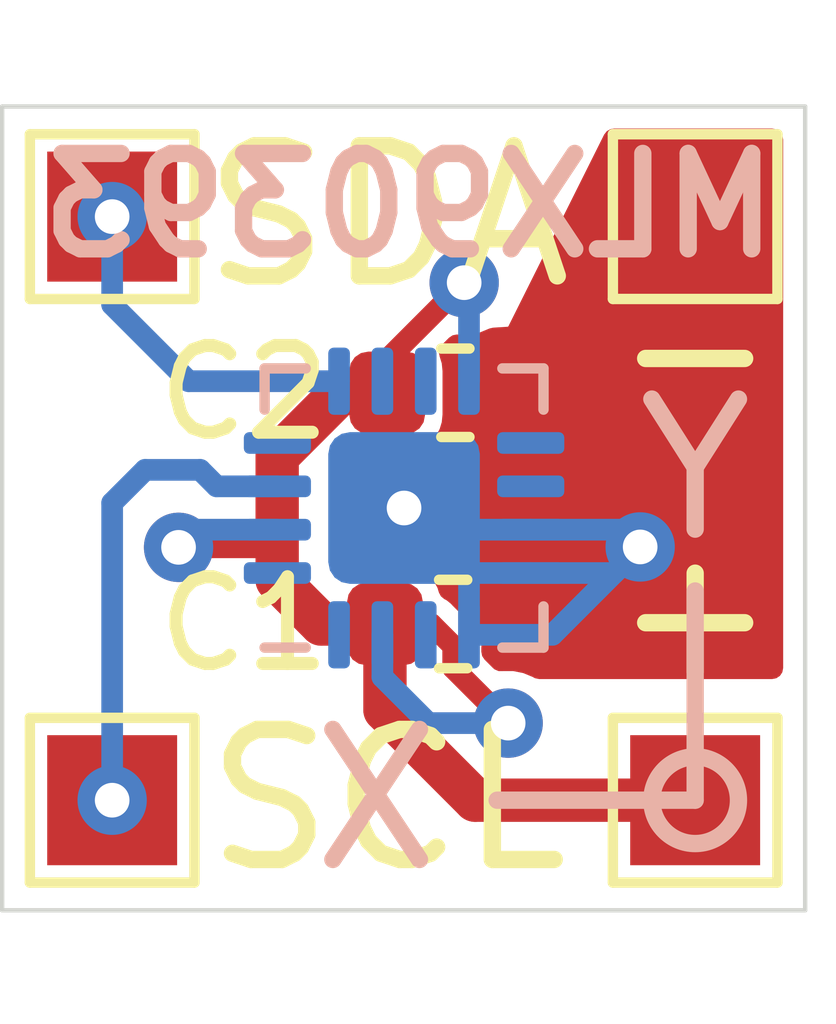
<source format=kicad_pcb>
(kicad_pcb (version 20171130) (host pcbnew 5.1.5+dfsg1-2build2)

  (general
    (thickness 1.6)
    (drawings 12)
    (tracks 51)
    (zones 0)
    (modules 7)
    (nets 13)
  )

  (page A4)
  (title_block
    (title "MLX90393 Sensorhead - PCB")
    (date 2020-10-19)
    (rev 1)
    (company "Oldrich Pecak (LoaDy)")
  )

  (layers
    (0 F.Cu signal)
    (31 B.Cu signal)
    (32 B.Adhes user)
    (33 F.Adhes user)
    (34 B.Paste user)
    (35 F.Paste user)
    (36 B.SilkS user)
    (37 F.SilkS user)
    (38 B.Mask user)
    (39 F.Mask user)
    (40 Dwgs.User user)
    (41 Cmts.User user)
    (42 Eco1.User user)
    (43 Eco2.User user)
    (44 Edge.Cuts user)
    (45 Margin user)
    (46 B.CrtYd user)
    (47 F.CrtYd user)
    (48 B.Fab user)
    (49 F.Fab user)
  )

  (setup
    (last_trace_width 0.25)
    (user_trace_width 0.4)
    (user_trace_width 0.5)
    (trace_clearance 0.2)
    (zone_clearance 0.2)
    (zone_45_only no)
    (trace_min 0.2)
    (via_size 0.8)
    (via_drill 0.4)
    (via_min_size 0.4)
    (via_min_drill 0.3)
    (uvia_size 0.3)
    (uvia_drill 0.1)
    (uvias_allowed no)
    (uvia_min_size 0.2)
    (uvia_min_drill 0.1)
    (edge_width 0.05)
    (segment_width 0.2)
    (pcb_text_width 0.3)
    (pcb_text_size 1.5 1.5)
    (mod_edge_width 0.12)
    (mod_text_size 1 1)
    (mod_text_width 0.15)
    (pad_size 1.75 1.75)
    (pad_drill 0)
    (pad_to_mask_clearance 0.051)
    (solder_mask_min_width 0.25)
    (aux_axis_origin 0 0)
    (visible_elements 7FFFFFFF)
    (pcbplotparams
      (layerselection 0x010fc_ffffffff)
      (usegerberextensions false)
      (usegerberattributes false)
      (usegerberadvancedattributes false)
      (creategerberjobfile false)
      (excludeedgelayer true)
      (linewidth 0.100000)
      (plotframeref false)
      (viasonmask false)
      (mode 1)
      (useauxorigin false)
      (hpglpennumber 1)
      (hpglpenspeed 20)
      (hpglpendiameter 15.000000)
      (psnegative false)
      (psa4output false)
      (plotreference true)
      (plotvalue true)
      (plotinvisibletext false)
      (padsonsilk false)
      (subtractmaskfromsilk false)
      (outputformat 1)
      (mirror false)
      (drillshape 1)
      (scaleselection 1)
      (outputdirectory ""))
  )

  (net 0 "")
  (net 1 GND)
  (net 2 +3V3)
  (net 3 "Net-(J3-Pad1)")
  (net 4 "Net-(J4-Pad1)")
  (net 5 "Net-(U1-Pad16)")
  (net 6 "Net-(U1-Pad14)")
  (net 7 "Net-(U1-Pad10)")
  (net 8 "Net-(U1-Pad9)")
  (net 9 "Net-(U1-Pad7)")
  (net 10 "Net-(U1-Pad6)")
  (net 11 "Net-(U1-Pad4)")
  (net 12 "Net-(U1-Pad1)")

  (net_class Default "This is the default net class."
    (clearance 0.2)
    (trace_width 0.25)
    (via_dia 0.8)
    (via_drill 0.4)
    (uvia_dia 0.3)
    (uvia_drill 0.1)
    (add_net +3V3)
    (add_net GND)
    (add_net "Net-(J3-Pad1)")
    (add_net "Net-(J4-Pad1)")
    (add_net "Net-(U1-Pad1)")
    (add_net "Net-(U1-Pad10)")
    (add_net "Net-(U1-Pad14)")
    (add_net "Net-(U1-Pad16)")
    (add_net "Net-(U1-Pad4)")
    (add_net "Net-(U1-Pad6)")
    (add_net "Net-(U1-Pad7)")
    (add_net "Net-(U1-Pad9)")
  )

  (module Package_DFN_QFN:QFN-16-1EP_3x3mm_P0.5mm_EP1.75x1.75mm (layer B.Cu) (tedit 5F075E8B) (tstamp 5F075F5A)
    (at 161.485 99.373)
    (descr "QFN, 16 Pin (https://www.onsemi.com/pub/Collateral/NCN4555-D.PDF), generated with kicad-footprint-generator ipc_noLead_generator.py")
    (tags "QFN NoLead")
    (path /5F074E4E)
    (attr smd)
    (fp_text reference U1 (at 0 2.8) (layer B.SilkS) hide
      (effects (font (size 1 1) (thickness 0.15)) (justify mirror))
    )
    (fp_text value MLX90393 (at 0 -2.8) (layer B.Fab)
      (effects (font (size 1 1) (thickness 0.15)) (justify mirror))
    )
    (fp_text user %R (at 0 0) (layer B.Fab)
      (effects (font (size 0.75 0.75) (thickness 0.11)) (justify mirror))
    )
    (fp_line (start 2.1 2.1) (end -2.1 2.1) (layer B.CrtYd) (width 0.05))
    (fp_line (start 2.1 -2.1) (end 2.1 2.1) (layer B.CrtYd) (width 0.05))
    (fp_line (start -2.1 -2.1) (end 2.1 -2.1) (layer B.CrtYd) (width 0.05))
    (fp_line (start -2.1 2.1) (end -2.1 -2.1) (layer B.CrtYd) (width 0.05))
    (fp_line (start -1.5 0.75) (end -0.75 1.5) (layer B.Fab) (width 0.1))
    (fp_line (start -1.5 -1.5) (end -1.5 0.75) (layer B.Fab) (width 0.1))
    (fp_line (start 1.5 -1.5) (end -1.5 -1.5) (layer B.Fab) (width 0.1))
    (fp_line (start 1.5 1.5) (end 1.5 -1.5) (layer B.Fab) (width 0.1))
    (fp_line (start -0.75 1.5) (end 1.5 1.5) (layer B.Fab) (width 0.1))
    (fp_line (start -1.135 1.61) (end -1.61 1.61) (layer B.SilkS) (width 0.12))
    (fp_line (start 1.61 -1.61) (end 1.61 -1.135) (layer B.SilkS) (width 0.12))
    (fp_line (start 1.135 -1.61) (end 1.61 -1.61) (layer B.SilkS) (width 0.12))
    (fp_line (start -1.61 -1.61) (end -1.61 -1.135) (layer B.SilkS) (width 0.12))
    (fp_line (start -1.135 -1.61) (end -1.61 -1.61) (layer B.SilkS) (width 0.12))
    (fp_line (start 1.61 1.61) (end 1.61 1.135) (layer B.SilkS) (width 0.12))
    (fp_line (start 1.135 1.61) (end 1.61 1.61) (layer B.SilkS) (width 0.12))
    (pad 16 smd roundrect (at -0.75 1.4625) (size 0.25 0.775) (layers B.Cu B.Paste B.Mask) (roundrect_rratio 0.25)
      (net 5 "Net-(U1-Pad16)"))
    (pad 15 smd roundrect (at -0.25 1.4625) (size 0.25 0.775) (layers B.Cu B.Paste B.Mask) (roundrect_rratio 0.25)
      (net 2 +3V3))
    (pad 14 smd roundrect (at 0.25 1.4625) (size 0.25 0.775) (layers B.Cu B.Paste B.Mask) (roundrect_rratio 0.25)
      (net 6 "Net-(U1-Pad14)"))
    (pad 13 smd roundrect (at 0.75 1.4625) (size 0.25 0.775) (layers B.Cu B.Paste B.Mask) (roundrect_rratio 0.25)
      (net 1 GND))
    (pad 12 smd roundrect (at 1.4625 0.75) (size 0.775 0.25) (layers B.Cu B.Paste B.Mask) (roundrect_rratio 0.25)
      (net 1 GND))
    (pad 11 smd roundrect (at 1.4625 0.25) (size 0.775 0.25) (layers B.Cu B.Paste B.Mask) (roundrect_rratio 0.25)
      (net 1 GND))
    (pad 10 smd roundrect (at 1.4625 -0.25) (size 0.775 0.25) (layers B.Cu B.Paste B.Mask) (roundrect_rratio 0.25)
      (net 7 "Net-(U1-Pad10)"))
    (pad 9 smd roundrect (at 1.4625 -0.75) (size 0.775 0.25) (layers B.Cu B.Paste B.Mask) (roundrect_rratio 0.25)
      (net 8 "Net-(U1-Pad9)"))
    (pad 8 smd roundrect (at 0.75 -1.4625) (size 0.25 0.775) (layers B.Cu B.Paste B.Mask) (roundrect_rratio 0.25)
      (net 2 +3V3))
    (pad 7 smd roundrect (at 0.25 -1.4625) (size 0.25 0.775) (layers B.Cu B.Paste B.Mask) (roundrect_rratio 0.25)
      (net 9 "Net-(U1-Pad7)"))
    (pad 6 smd roundrect (at -0.25 -1.4625) (size 0.25 0.775) (layers B.Cu B.Paste B.Mask) (roundrect_rratio 0.25)
      (net 10 "Net-(U1-Pad6)"))
    (pad 5 smd roundrect (at -0.75 -1.4625) (size 0.25 0.775) (layers B.Cu B.Paste B.Mask) (roundrect_rratio 0.25)
      (net 3 "Net-(J3-Pad1)"))
    (pad 4 smd roundrect (at -1.4625 -0.75) (size 0.775 0.25) (layers B.Cu B.Paste B.Mask) (roundrect_rratio 0.25)
      (net 11 "Net-(U1-Pad4)"))
    (pad 3 smd roundrect (at -1.4625 -0.25) (size 0.775 0.25) (layers B.Cu B.Paste B.Mask) (roundrect_rratio 0.25)
      (net 4 "Net-(J4-Pad1)"))
    (pad 2 smd roundrect (at -1.4625 0.25) (size 0.775 0.25) (layers B.Cu B.Paste B.Mask) (roundrect_rratio 0.25)
      (net 2 +3V3))
    (pad 1 smd roundrect (at -1.4625 0.75) (size 0.775 0.25) (layers B.Cu B.Paste B.Mask) (roundrect_rratio 0.25)
      (net 12 "Net-(U1-Pad1)"))
    (pad "" smd roundrect (at 0.44 -0.44) (size 0.71 0.71) (layers B.Paste) (roundrect_rratio 0.25))
    (pad "" smd roundrect (at 0.44 0.44) (size 0.71 0.71) (layers B.Paste) (roundrect_rratio 0.25))
    (pad "" smd roundrect (at -0.44 -0.44) (size 0.71 0.71) (layers B.Paste) (roundrect_rratio 0.25))
    (pad "" smd roundrect (at -0.44 0.44) (size 0.71 0.71) (layers B.Paste) (roundrect_rratio 0.25))
    (pad 17 smd roundrect (at 0 0) (size 1.75 1.75) (layers B.Cu B.Mask) (roundrect_rratio 0.143)
      (net 1 GND))
    (model ${KISYS3DMOD}/Package_DFN_QFN.3dshapes/QFN-16-1EP_3x3mm_P0.5mm_EP1.75x1.75mm.wrl
      (at (xyz 0 0 0))
      (scale (xyz 1 1 1))
      (rotate (xyz 0 0 0))
    )
  )

  (module TestPoint:TestPoint_Pad_1.5x1.5mm (layer F.Cu) (tedit 5A0F774F) (tstamp 5F075F30)
    (at 158.115 102.743)
    (descr "SMD rectangular pad as test Point, square 1.5mm side length")
    (tags "test point SMD pad rectangle square")
    (path /5F0802DC)
    (attr virtual)
    (fp_text reference J4 (at 0 -1.648) (layer F.SilkS) hide
      (effects (font (size 1 1) (thickness 0.15)))
    )
    (fp_text value SCL (at 3.175 0) (layer F.SilkS)
      (effects (font (size 1.5 1.5) (thickness 0.2)))
    )
    (fp_line (start 1.25 1.25) (end -1.25 1.25) (layer F.CrtYd) (width 0.05))
    (fp_line (start 1.25 1.25) (end 1.25 -1.25) (layer F.CrtYd) (width 0.05))
    (fp_line (start -1.25 -1.25) (end -1.25 1.25) (layer F.CrtYd) (width 0.05))
    (fp_line (start -1.25 -1.25) (end 1.25 -1.25) (layer F.CrtYd) (width 0.05))
    (fp_line (start -0.95 0.95) (end -0.95 -0.95) (layer F.SilkS) (width 0.12))
    (fp_line (start 0.95 0.95) (end -0.95 0.95) (layer F.SilkS) (width 0.12))
    (fp_line (start 0.95 -0.95) (end 0.95 0.95) (layer F.SilkS) (width 0.12))
    (fp_line (start -0.95 -0.95) (end 0.95 -0.95) (layer F.SilkS) (width 0.12))
    (fp_text user %R (at 0 -1.65) (layer F.Fab)
      (effects (font (size 1 1) (thickness 0.15)))
    )
    (pad 1 smd rect (at 0 0) (size 1.5 1.5) (layers F.Cu F.Mask)
      (net 4 "Net-(J4-Pad1)"))
  )

  (module TestPoint:TestPoint_Pad_1.5x1.5mm (layer F.Cu) (tedit 5A0F774F) (tstamp 5F075F22)
    (at 158.115 96.012)
    (descr "SMD rectangular pad as test Point, square 1.5mm side length")
    (tags "test point SMD pad rectangle square")
    (path /5F07EDDC)
    (attr virtual)
    (fp_text reference J3 (at 0 -1.648) (layer F.SilkS) hide
      (effects (font (size 1 1) (thickness 0.15)))
    )
    (fp_text value SDA (at 3.175 0) (layer F.SilkS)
      (effects (font (size 1.5 1.5) (thickness 0.2)))
    )
    (fp_line (start 1.25 1.25) (end -1.25 1.25) (layer F.CrtYd) (width 0.05))
    (fp_line (start 1.25 1.25) (end 1.25 -1.25) (layer F.CrtYd) (width 0.05))
    (fp_line (start -1.25 -1.25) (end -1.25 1.25) (layer F.CrtYd) (width 0.05))
    (fp_line (start -1.25 -1.25) (end 1.25 -1.25) (layer F.CrtYd) (width 0.05))
    (fp_line (start -0.95 0.95) (end -0.95 -0.95) (layer F.SilkS) (width 0.12))
    (fp_line (start 0.95 0.95) (end -0.95 0.95) (layer F.SilkS) (width 0.12))
    (fp_line (start 0.95 -0.95) (end 0.95 0.95) (layer F.SilkS) (width 0.12))
    (fp_line (start -0.95 -0.95) (end 0.95 -0.95) (layer F.SilkS) (width 0.12))
    (fp_text user %R (at 0 -1.65) (layer F.Fab)
      (effects (font (size 1 1) (thickness 0.15)))
    )
    (pad 1 smd rect (at 0 0) (size 1.5 1.5) (layers F.Cu F.Mask)
      (net 3 "Net-(J3-Pad1)"))
  )

  (module TestPoint:TestPoint_Pad_1.5x1.5mm (layer F.Cu) (tedit 5A0F774F) (tstamp 5F075F14)
    (at 164.846 96.012)
    (descr "SMD rectangular pad as test Point, square 1.5mm side length")
    (tags "test point SMD pad rectangle square")
    (path /5F0837A8)
    (attr virtual)
    (fp_text reference J2 (at 0 -1.648) (layer F.SilkS) hide
      (effects (font (size 1 1) (thickness 0.15)))
    )
    (fp_text value GND (at 0 1.75) (layer F.Fab)
      (effects (font (size 1 1) (thickness 0.15)))
    )
    (fp_line (start 1.25 1.25) (end -1.25 1.25) (layer F.CrtYd) (width 0.05))
    (fp_line (start 1.25 1.25) (end 1.25 -1.25) (layer F.CrtYd) (width 0.05))
    (fp_line (start -1.25 -1.25) (end -1.25 1.25) (layer F.CrtYd) (width 0.05))
    (fp_line (start -1.25 -1.25) (end 1.25 -1.25) (layer F.CrtYd) (width 0.05))
    (fp_line (start -0.95 0.95) (end -0.95 -0.95) (layer F.SilkS) (width 0.12))
    (fp_line (start 0.95 0.95) (end -0.95 0.95) (layer F.SilkS) (width 0.12))
    (fp_line (start 0.95 -0.95) (end 0.95 0.95) (layer F.SilkS) (width 0.12))
    (fp_line (start -0.95 -0.95) (end 0.95 -0.95) (layer F.SilkS) (width 0.12))
    (fp_text user %R (at 0 -1.65) (layer F.Fab)
      (effects (font (size 1 1) (thickness 0.15)))
    )
    (pad 1 smd rect (at 0 0) (size 1.5 1.5) (layers F.Cu F.Mask)
      (net 1 GND))
  )

  (module TestPoint:TestPoint_Pad_1.5x1.5mm (layer F.Cu) (tedit 5A0F774F) (tstamp 5F075F06)
    (at 164.846 102.743)
    (descr "SMD rectangular pad as test Point, square 1.5mm side length")
    (tags "test point SMD pad rectangle square")
    (path /5F082BEC)
    (attr virtual)
    (fp_text reference J1 (at 0 -1.648) (layer F.SilkS) hide
      (effects (font (size 1 1) (thickness 0.15)))
    )
    (fp_text value 3V3 (at 0 1.75) (layer F.Fab)
      (effects (font (size 1 1) (thickness 0.15)))
    )
    (fp_line (start 1.25 1.25) (end -1.25 1.25) (layer F.CrtYd) (width 0.05))
    (fp_line (start 1.25 1.25) (end 1.25 -1.25) (layer F.CrtYd) (width 0.05))
    (fp_line (start -1.25 -1.25) (end -1.25 1.25) (layer F.CrtYd) (width 0.05))
    (fp_line (start -1.25 -1.25) (end 1.25 -1.25) (layer F.CrtYd) (width 0.05))
    (fp_line (start -0.95 0.95) (end -0.95 -0.95) (layer F.SilkS) (width 0.12))
    (fp_line (start 0.95 0.95) (end -0.95 0.95) (layer F.SilkS) (width 0.12))
    (fp_line (start 0.95 -0.95) (end 0.95 0.95) (layer F.SilkS) (width 0.12))
    (fp_line (start -0.95 -0.95) (end 0.95 -0.95) (layer F.SilkS) (width 0.12))
    (fp_text user %R (at 0 -1.65) (layer F.Fab)
      (effects (font (size 1 1) (thickness 0.15)))
    )
    (pad 1 smd rect (at 0 0) (size 1.5 1.5) (layers F.Cu F.Mask)
      (net 2 +3V3))
  )

  (module Capacitor_SMD:C_0603_1608Metric (layer F.Cu) (tedit 5B301BBE) (tstamp 5F075EF8)
    (at 162.0775 98.044)
    (descr "Capacitor SMD 0603 (1608 Metric), square (rectangular) end terminal, IPC_7351 nominal, (Body size source: http://www.tortai-tech.com/upload/download/2011102023233369053.pdf), generated with kicad-footprint-generator")
    (tags capacitor)
    (path /5F077C89)
    (attr smd)
    (fp_text reference C2 (at -2.4385 0) (layer F.SilkS)
      (effects (font (size 1 1) (thickness 0.15)))
    )
    (fp_text value 100n (at 0 1.43) (layer F.Fab)
      (effects (font (size 1 1) (thickness 0.15)))
    )
    (fp_text user %R (at 0 0) (layer F.Fab)
      (effects (font (size 0.4 0.4) (thickness 0.06)))
    )
    (fp_line (start 1.48 0.73) (end -1.48 0.73) (layer F.CrtYd) (width 0.05))
    (fp_line (start 1.48 -0.73) (end 1.48 0.73) (layer F.CrtYd) (width 0.05))
    (fp_line (start -1.48 -0.73) (end 1.48 -0.73) (layer F.CrtYd) (width 0.05))
    (fp_line (start -1.48 0.73) (end -1.48 -0.73) (layer F.CrtYd) (width 0.05))
    (fp_line (start -0.162779 0.51) (end 0.162779 0.51) (layer F.SilkS) (width 0.12))
    (fp_line (start -0.162779 -0.51) (end 0.162779 -0.51) (layer F.SilkS) (width 0.12))
    (fp_line (start 0.8 0.4) (end -0.8 0.4) (layer F.Fab) (width 0.1))
    (fp_line (start 0.8 -0.4) (end 0.8 0.4) (layer F.Fab) (width 0.1))
    (fp_line (start -0.8 -0.4) (end 0.8 -0.4) (layer F.Fab) (width 0.1))
    (fp_line (start -0.8 0.4) (end -0.8 -0.4) (layer F.Fab) (width 0.1))
    (pad 2 smd roundrect (at 0.7875 0) (size 0.875 0.95) (layers F.Cu F.Paste F.Mask) (roundrect_rratio 0.25)
      (net 1 GND))
    (pad 1 smd roundrect (at -0.7875 0) (size 0.875 0.95) (layers F.Cu F.Paste F.Mask) (roundrect_rratio 0.25)
      (net 2 +3V3))
    (model ${KISYS3DMOD}/Capacitor_SMD.3dshapes/C_0603_1608Metric.wrl
      (at (xyz 0 0 0))
      (scale (xyz 1 1 1))
      (rotate (xyz 0 0 0))
    )
  )

  (module Capacitor_SMD:C_0603_1608Metric (layer F.Cu) (tedit 5B301BBE) (tstamp 5F075EE7)
    (at 162.052 100.711)
    (descr "Capacitor SMD 0603 (1608 Metric), square (rectangular) end terminal, IPC_7351 nominal, (Body size source: http://www.tortai-tech.com/upload/download/2011102023233369053.pdf), generated with kicad-footprint-generator")
    (tags capacitor)
    (path /5F0766C9)
    (attr smd)
    (fp_text reference C1 (at -2.413 0) (layer F.SilkS)
      (effects (font (size 1 1) (thickness 0.15)))
    )
    (fp_text value 100n (at 0 1.43) (layer F.Fab)
      (effects (font (size 1 1) (thickness 0.15)))
    )
    (fp_text user %R (at 0 0) (layer F.Fab)
      (effects (font (size 0.4 0.4) (thickness 0.06)))
    )
    (fp_line (start 1.48 0.73) (end -1.48 0.73) (layer F.CrtYd) (width 0.05))
    (fp_line (start 1.48 -0.73) (end 1.48 0.73) (layer F.CrtYd) (width 0.05))
    (fp_line (start -1.48 -0.73) (end 1.48 -0.73) (layer F.CrtYd) (width 0.05))
    (fp_line (start -1.48 0.73) (end -1.48 -0.73) (layer F.CrtYd) (width 0.05))
    (fp_line (start -0.162779 0.51) (end 0.162779 0.51) (layer F.SilkS) (width 0.12))
    (fp_line (start -0.162779 -0.51) (end 0.162779 -0.51) (layer F.SilkS) (width 0.12))
    (fp_line (start 0.8 0.4) (end -0.8 0.4) (layer F.Fab) (width 0.1))
    (fp_line (start 0.8 -0.4) (end 0.8 0.4) (layer F.Fab) (width 0.1))
    (fp_line (start -0.8 -0.4) (end 0.8 -0.4) (layer F.Fab) (width 0.1))
    (fp_line (start -0.8 0.4) (end -0.8 -0.4) (layer F.Fab) (width 0.1))
    (pad 2 smd roundrect (at 0.7875 0) (size 0.875 0.95) (layers F.Cu F.Paste F.Mask) (roundrect_rratio 0.25)
      (net 1 GND))
    (pad 1 smd roundrect (at -0.7875 0) (size 0.875 0.95) (layers F.Cu F.Paste F.Mask) (roundrect_rratio 0.25)
      (net 2 +3V3))
    (model ${KISYS3DMOD}/Capacitor_SMD.3dshapes/C_0603_1608Metric.wrl
      (at (xyz 0 0 0))
      (scale (xyz 1 1 1))
      (rotate (xyz 0 0 0))
    )
  )

  (gr_text MLX90393 (at 161.544 95.885) (layer B.SilkS)
    (effects (font (size 1.1 1.1) (thickness 0.2)) (justify mirror))
  )
  (gr_text Y (at 164.846 98.933) (layer B.SilkS)
    (effects (font (size 1.5 1.5) (thickness 0.2)) (justify mirror))
  )
  (gr_text X (at 161.163 102.743) (layer B.SilkS)
    (effects (font (size 1.5 1.5) (thickness 0.2)) (justify mirror))
  )
  (gr_line (start 162.56 102.743) (end 164.846 102.743) (layer B.SilkS) (width 0.2))
  (gr_line (start 164.846 100.33) (end 164.846 102.743) (layer B.SilkS) (width 0.2))
  (gr_circle (center 164.846 102.743) (end 165.346 102.743) (layer B.SilkS) (width 0.2))
  (gr_line (start 156.845 94.742) (end 166.116 94.742) (layer Edge.Cuts) (width 0.05) (tstamp 5F07679A))
  (gr_line (start 156.845 104.013) (end 156.845 94.742) (layer Edge.Cuts) (width 0.05))
  (gr_line (start 166.116 104.013) (end 156.845 104.013) (layer Edge.Cuts) (width 0.05))
  (gr_line (start 166.116 94.742) (end 166.116 104.013) (layer Edge.Cuts) (width 0.05))
  (gr_text - (at 164.846 97.536) (layer F.SilkS)
    (effects (font (size 1.5 1.5) (thickness 0.2)))
  )
  (gr_text + (at 164.846 100.584) (layer F.SilkS)
    (effects (font (size 1.5 1.5) (thickness 0.2)))
  )

  (segment (start 161.735 99.623) (end 161.485 99.373) (width 0.25) (layer B.Cu) (net 1))
  (segment (start 162.9475 99.623) (end 161.735 99.623) (width 0.25) (layer B.Cu) (net 1))
  (segment (start 162.9475 100.123) (end 162.235 100.123) (width 0.25) (layer B.Cu) (net 1))
  (segment (start 162.235 100.123) (end 161.485 99.373) (width 0.25) (layer B.Cu) (net 1))
  (segment (start 162.235 100.8355) (end 162.235 100.123) (width 0.25) (layer B.Cu) (net 1))
  (via (at 164.211 99.822) (size 0.8) (drill 0.4) (layers F.Cu B.Cu) (net 1))
  (segment (start 162.9475 99.623) (end 164.012 99.623) (width 0.25) (layer B.Cu) (net 1))
  (segment (start 164.012 99.623) (end 164.211 99.822) (width 0.25) (layer B.Cu) (net 1))
  (segment (start 163.91 100.123) (end 164.211 99.822) (width 0.25) (layer B.Cu) (net 1))
  (segment (start 162.9475 100.123) (end 163.91 100.123) (width 0.25) (layer B.Cu) (net 1))
  (segment (start 163.1975 100.8355) (end 164.211 99.822) (width 0.25) (layer B.Cu) (net 1))
  (segment (start 162.235 100.8355) (end 163.1975 100.8355) (width 0.25) (layer B.Cu) (net 1))
  (via (at 161.485 99.373) (size 0.8) (drill 0.4) (layers F.Cu B.Cu) (net 1))
  (segment (start 161.2645 101.7015) (end 161.2645 100.711) (width 0.5) (layer F.Cu) (net 2))
  (segment (start 164.846 102.743) (end 162.306 102.743) (width 0.5) (layer F.Cu) (net 2))
  (segment (start 162.306 102.743) (end 161.2645 101.7015) (width 0.5) (layer F.Cu) (net 2))
  (segment (start 161.2645 98.0695) (end 161.29 98.044) (width 0.5) (layer F.Cu) (net 2))
  (via (at 162.179 96.774) (size 0.8) (drill 0.4) (layers F.Cu B.Cu) (net 2))
  (segment (start 161.29 98.044) (end 161.29 97.663) (width 0.25) (layer F.Cu) (net 2))
  (segment (start 161.29 97.663) (end 162.179 96.774) (width 0.25) (layer F.Cu) (net 2))
  (segment (start 162.235 96.83) (end 162.235 97.9105) (width 0.25) (layer B.Cu) (net 2))
  (segment (start 162.179 96.774) (end 162.235 96.83) (width 0.25) (layer B.Cu) (net 2))
  (via (at 162.687 101.854) (size 0.8) (drill 0.4) (layers F.Cu B.Cu) (net 2))
  (segment (start 161.766 101.854) (end 162.687 101.854) (width 0.25) (layer B.Cu) (net 2))
  (segment (start 161.235 100.8355) (end 161.235 101.323) (width 0.25) (layer B.Cu) (net 2))
  (segment (start 161.235 101.323) (end 161.766 101.854) (width 0.25) (layer B.Cu) (net 2))
  (segment (start 162.687 101.854) (end 162.052 101.219) (width 0.25) (layer F.Cu) (net 2))
  (segment (start 162.052 101.219) (end 162.052 100.965) (width 0.25) (layer F.Cu) (net 2))
  (segment (start 162.052 100.965) (end 161.798 100.711) (width 0.25) (layer F.Cu) (net 2))
  (segment (start 161.798 100.711) (end 161.2645 100.711) (width 0.25) (layer F.Cu) (net 2))
  (via (at 158.881653 99.826653) (size 0.8) (drill 0.4) (layers F.Cu B.Cu) (net 2))
  (segment (start 160.0225 99.623) (end 159.085306 99.623) (width 0.25) (layer B.Cu) (net 2))
  (segment (start 159.085306 99.623) (end 158.881653 99.826653) (width 0.25) (layer B.Cu) (net 2))
  (segment (start 160.528 100.711) (end 161.2645 100.711) (width 0.5) (layer F.Cu) (net 2))
  (segment (start 160.02 100.203) (end 160.528 100.711) (width 0.5) (layer F.Cu) (net 2))
  (segment (start 161.29 98.044) (end 160.7525 98.044) (width 0.5) (layer F.Cu) (net 2))
  (segment (start 160.7525 98.044) (end 160.02 98.7765) (width 0.5) (layer F.Cu) (net 2))
  (segment (start 159.888347 99.826653) (end 160.02 99.695) (width 0.25) (layer F.Cu) (net 2))
  (segment (start 158.881653 99.826653) (end 159.888347 99.826653) (width 0.25) (layer F.Cu) (net 2))
  (segment (start 160.02 98.7765) (end 160.02 99.695) (width 0.5) (layer F.Cu) (net 2))
  (segment (start 160.02 99.695) (end 160.02 100.203) (width 0.5) (layer F.Cu) (net 2))
  (segment (start 160.735 97.9105) (end 158.9975 97.9105) (width 0.25) (layer B.Cu) (net 3))
  (via (at 158.115 96.012) (size 0.8) (drill 0.4) (layers F.Cu B.Cu) (net 3))
  (segment (start 158.9975 97.9105) (end 158.115 97.028) (width 0.25) (layer B.Cu) (net 3))
  (segment (start 158.115 97.028) (end 158.115 96.012) (width 0.25) (layer B.Cu) (net 3))
  (segment (start 160.0225 99.123) (end 159.321 99.123) (width 0.25) (layer B.Cu) (net 4))
  (segment (start 159.321 99.123) (end 159.131 98.933) (width 0.25) (layer B.Cu) (net 4))
  (segment (start 159.131 98.933) (end 158.496 98.933) (width 0.25) (layer B.Cu) (net 4))
  (via (at 158.115 102.743) (size 0.8) (drill 0.4) (layers F.Cu B.Cu) (net 4))
  (segment (start 158.496 98.933) (end 158.115 99.314) (width 0.25) (layer B.Cu) (net 4))
  (segment (start 158.115 99.314) (end 158.115 102.743) (width 0.25) (layer B.Cu) (net 4))

  (zone (net 1) (net_name GND) (layer F.Cu) (tstamp 5F076C68) (hatch edge 0.508)
    (connect_pads yes (clearance 0.2))
    (min_thickness 0.254)
    (fill yes (arc_segments 32) (thermal_gap 0.508) (thermal_bridge_width 0.508))
    (polygon
      (pts
        (xy 163.83 94.996) (xy 165.862 94.996) (xy 165.862 97.028) (xy 165.862 101.346) (xy 160.655 101.346)
        (xy 160.655 97.409) (xy 162.687 97.282)
      )
    )
    (filled_polygon
      (pts
        (xy 165.735 101.219) (xy 163.045221 101.219) (xy 163.031364 101.209741) (xy 162.899058 101.154938) (xy 162.758603 101.127)
        (xy 162.615397 101.127) (xy 162.601907 101.129683) (xy 162.504 101.031777) (xy 162.504 100.987204) (xy 162.506187 100.964999)
        (xy 162.49746 100.876392) (xy 162.486832 100.841358) (xy 162.471614 100.79119) (xy 162.429643 100.712667) (xy 162.373159 100.643841)
        (xy 162.355904 100.629681) (xy 162.133323 100.4071) (xy 162.119159 100.389841) (xy 162.050333 100.333357) (xy 162.008917 100.31122)
        (xy 161.988919 100.245295) (xy 161.93834 100.150669) (xy 161.870272 100.067728) (xy 161.787331 99.99966) (xy 161.692705 99.949081)
        (xy 161.590029 99.917935) (xy 161.48325 99.907418) (xy 161.04575 99.907418) (xy 160.938971 99.917935) (xy 160.836295 99.949081)
        (xy 160.782 99.978102) (xy 160.782 98.830501) (xy 160.825814 98.786687) (xy 160.861795 98.805919) (xy 160.964471 98.837065)
        (xy 161.07125 98.847582) (xy 161.50875 98.847582) (xy 161.615529 98.837065) (xy 161.718205 98.805919) (xy 161.812831 98.75534)
        (xy 161.895772 98.687272) (xy 161.96384 98.604331) (xy 162.014419 98.509705) (xy 162.045565 98.407029) (xy 162.056082 98.30025)
        (xy 162.056082 97.78775) (xy 162.045565 97.680971) (xy 162.014419 97.578295) (xy 162.014248 97.577975) (xy 162.093907 97.498317)
        (xy 162.107397 97.501) (xy 162.250603 97.501) (xy 162.391058 97.473062) (xy 162.519905 97.419692) (xy 162.694922 97.408753)
        (xy 162.719498 97.404772) (xy 162.742825 97.396073) (xy 162.764007 97.38299) (xy 162.782229 97.366026) (xy 162.800592 97.338796)
        (xy 163.90849 95.123) (xy 165.735 95.123)
      )
    )
  )
)

</source>
